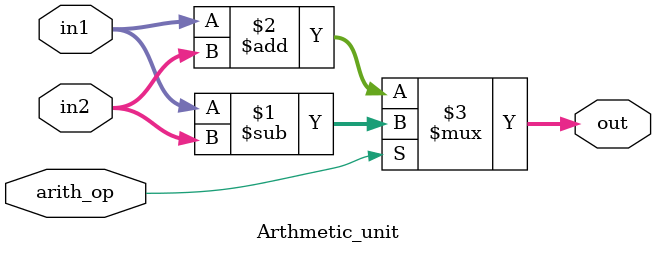
<source format=sv>
module Arthmetic_unit #(
    parameter WIDTH = 8
) (
    input   logic               arith_op,
    input   logic [WIDTH-1:0]   in1,in2,
    output  logic [WIDTH-1:0]   out
);

assign out = arith_op?(in1-in2):(in1+in2);
    
endmodule
</source>
